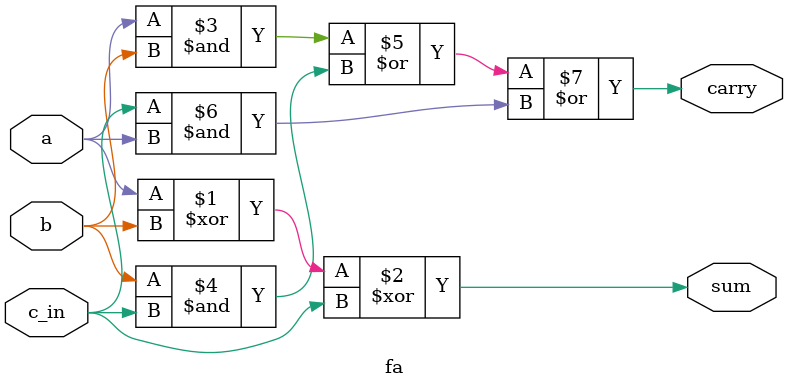
<source format=sv>
module fa(
  input a,b,c_in,
  output sum,carry
);
  
  assign sum= a ^ b^ c_in;
  assign carry=  a&b | b&c_in | c_in&a;
  
  
endmodule

</source>
